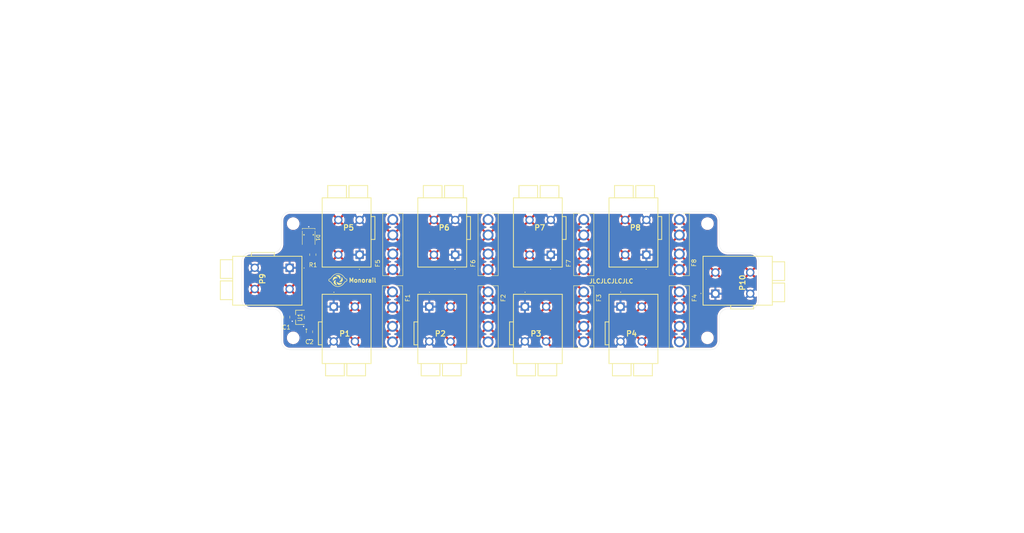
<source format=kicad_pcb>
(kicad_pcb (version 20241229) (generator "pcbnew") (generator_version "9.0")
  (layers (0 "F.Cu" signal "Front") (4 "In1.Cu" signal) (6 "In2.Cu" signal) (2 "B.Cu" signal "Back") (13 "F.Paste" user) (15 "B.Paste" user) (5 "F.SilkS" user "F.Silkscreen") (7 "B.SilkS" user "B.Silkscreen") (1 "F.Mask" user) (3 "B.Mask" user) (25 "Edge.Cuts" user))
  (net 0 "")
  (net 1 "+20V")
  (net 2 "GND")
  (net 3 "Net-(D1-A)")
  (net 4 "Net-(U1-VOUT)")
  (net 5 "/v1")
  (net 6 "/v2")
  (net 7 "/v3")
  (net 8 "/v4")
  (net 9 "/v5")
  (net 10 "/v6")
  (net 11 "/v7")
  (net 12 "/v8")
  (footprint "Customconnectors:FUSE_3544-2" (layer "F.Cu") (at 183.58 121.765 -90)
    (property "Reference" "F4" (at -4.445 -3.556 90) (layer "F.SilkS"))
    (property "Value" "3544-2")
    (pad "1_1" thru_hole circle (at -5.895 0 270) (size 2.55 2.55) (drill 1.7) (layers "*.Cu" "*.Mask") (net 8 "/v4"))
    (pad "1_2" thru_hole circle (at -2.235 0 270) (size 2.55 2.55) (drill 1.7) (layers "*.Cu" "*.Mask") (net 8 "/v4"))
    (pad "2_1" thru_hole circle (at 2.235 0 270) (size 2.55 2.55) (drill 1.7) (layers "*.Cu" "*.Mask") (net 1 "+20V"))
    (pad "2_2" thru_hole circle (at 5.895 0 270) (size 2.55 2.55) (drill 1.7) (layers "*.Cu" "*.Mask") (net 1 "+20V"))
  )
  (footprint "Customconnectors:FUSE_3544-2" (layer "F.Cu") (at 116.08 121.765 -90)
    (property "Reference" "F1" (at -4.445 -3.556 90) (layer "F.SilkS"))
    (property "Value" "3544-2")
    (pad "1_1" thru_hole circle (at -5.895 0 270) (size 2.55 2.55) (drill 1.7) (layers "*.Cu" "*.Mask") (net 5 "/v1"))
    (pad "1_2" thru_hole circle (at -2.235 0 270) (size 2.55 2.55) (drill 1.7) (layers "*.Cu" "*.Mask") (net 5 "/v1"))
    (pad "2_1" thru_hole circle (at 2.235 0 270) (size 2.55 2.55) (drill 1.7) (layers "*.Cu" "*.Mask") (net 1 "+20V"))
    (pad "2_2" thru_hole circle (at 5.895 0 270) (size 2.55 2.55) (drill 1.7) (layers "*.Cu" "*.Mask") (net 1 "+20V"))
  )
  (footprint "Customconnectors:26041102" (layer "F.Cu") (at 153.33 107.128471 180)
    (property "Reference" "P7" (at 2.6 6.375 180) (layer "F.SilkS") (effects (font (size 1.27 1.27) (thickness 0.254))))
    (property "Value" "2604-1102" (hide yes))
    (pad "1" thru_hole rect (at 0 0 180) (size 1.95 1.95) (drill 1.3) (layers "*.Cu" "*.Mask") (net 2 "GND"))
    (pad "2" thru_hole circle (at 0 8.2 180) (size 1.95 1.95) (drill 1.3) (layers "*.Cu" "*.Mask") (net 2 "GND"))
    (pad "3" thru_hole circle (at 5 0 180) (size 1.95 1.95) (drill 1.3) (layers "*.Cu" "*.Mask") (net 11 "/v7"))
    (pad "4" thru_hole circle (at 5 8.2 180) (size 1.95 1.95) (drill 1.3) (layers "*.Cu" "*.Mask") (net 11 "/v7"))
  )
  (footprint "Customconnectors:FUSE_3544-2" (layer "F.Cu") (at 116.14 104.715 90)
    (property "Reference" "F5" (at -4.445 -3.556 90) (layer "F.SilkS"))
    (property "Value" "3544-2")
    (pad "1_1" thru_hole circle (at -5.895 0 90) (size 2.55 2.55) (drill 1.7) (layers "*.Cu" "*.Mask") (net 9 "/v5"))
    (pad "1_2" thru_hole circle (at -2.235 0 90) (size 2.55 2.55) (drill 1.7) (layers "*.Cu" "*.Mask") (net 9 "/v5"))
    (pad "2_1" thru_hole circle (at 2.235 0 90) (size 2.55 2.55) (drill 1.7) (layers "*.Cu" "*.Mask") (net 1 "+20V"))
    (pad "2_2" thru_hole circle (at 5.895 0 90) (size 2.55 2.55) (drill 1.7) (layers "*.Cu" "*.Mask") (net 1 "+20V"))
  )
  (footprint "Capacitor_SMD:C_0805_2012Metric" (layer "F.Cu") (at 91.17 121.83 90)
    (property "Reference" "C1" (at -2.39 -0.06 0) (layer "F.SilkS"))
    (property "Value" "2.2 100V")
    (pad "1" smd roundrect (at -0.95 0 90) (size 1 1.45) (layers "F.Cu" "F.Mask" "F.Paste") (net 2 "GND"))
    (pad "2" smd roundrect (at 0.95 0 90) (size 1 1.45) (layers "F.Cu" "F.Mask" "F.Paste") (net 1 "+20V"))
  )
  (footprint "MountingHole:MountingHole_2.5mm" (layer "F.Cu") (at 92.7 99.8)
    (property "Reference" "H4" (hide yes))
    (property "Value" "MountingHole" (hide yes))
    (pad "" np_thru_hole circle (at 0 0) (size 2.5 2.5) (drill 2.5) (layers "*.Cu" "*.Mask"))
  )
  (footprint "Customconnectors:FUSE_3544-2" (layer "F.Cu") (at 138.58 121.765 -90)
    (property "Reference" "F2" (at -4.445 -3.556 90) (layer "F.SilkS"))
    (property "Value" "3544-2")
    (pad "1_1" thru_hole circle (at -5.895 0 270) (size 2.55 2.55) (drill 1.7) (layers "*.Cu" "*.Mask") (net 6 "/v2"))
    (pad "1_2" thru_hole circle (at -2.235 0 270) (size 2.55 2.55) (drill 1.7) (layers "*.Cu" "*.Mask") (net 6 "/v2"))
    (pad "2_1" thru_hole circle (at 2.235 0 270) (size 2.55 2.55) (drill 1.7) (layers "*.Cu" "*.Mask") (net 1 "+20V"))
    (pad "2_2" thru_hole circle (at 5.895 0 270) (size 2.55 2.55) (drill 1.7) (layers "*.Cu" "*.Mask") (net 1 "+20V"))
  )
  (footprint "Customconnectors:FUSE_3544-2" (layer "F.Cu") (at 138.58 104.715 90)
    (property "Reference" "F6" (at -4.445 -3.556 90) (layer "F.SilkS"))
    (property "Value" "3544-2")
    (pad "1_1" thru_hole circle (at -5.895 0 90) (size 2.55 2.55) (drill 1.7) (layers "*.Cu" "*.Mask") (net 10 "/v6"))
    (pad "1_2" thru_hole circle (at -2.235 0 90) (size 2.55 2.55) (drill 1.7) (layers "*.Cu" "*.Mask") (net 10 "/v6"))
    (pad "2_1" thru_hole circle (at 2.235 0 90) (size 2.55 2.55) (drill 1.7) (layers "*.Cu" "*.Mask") (net 1 "+20V"))
    (pad "2_2" thru_hole circle (at 5.895 0 90) (size 2.55 2.55) (drill 1.7) (layers "*.Cu" "*.Mask") (net 1 "+20V"))
  )
  (footprint "Customconnectors:26041102" (layer "F.Cu") (at 147.23 119.351529)
    (property "Reference" "P3" (at 2.6 6.375 0) (layer "F.SilkS") (effects (font (size 1.27 1.27) (thickness 0.254))))
    (property "Value" "2604-1102" (hide yes))
    (pad "1" thru_hole rect (at 0 0) (size 1.95 1.95) (drill 1.3) (layers "*.Cu" "*.Mask") (net 2 "GND"))
    (pad "2" thru_hole circle (at 0 8.2) (size 1.95 1.95) (drill 1.3) (layers "*.Cu" "*.Mask") (net 2 "GND"))
    (pad "3" thru_hole circle (at 5 0) (size 1.95 1.95) (drill 1.3) (layers "*.Cu" "*.Mask") (net 7 "/v3"))
    (pad "4" thru_hole circle (at 5 8.2) (size 1.95 1.95) (drill 1.3) (layers "*.Cu" "*.Mask") (net 7 "/v3"))
  )
  (footprint "Customconnectors:FUSE_3544-2" (layer "F.Cu") (at 161.08 121.765 -90)
    (property "Reference" "F3" (at -4.445 -3.556 90) (layer "F.SilkS"))
    (property "Value" "3544-2")
    (pad "1_1" thru_hole circle (at -5.895 0 270) (size 2.55 2.55) (drill 1.7) (layers "*.Cu" "*.Mask") (net 7 "/v3"))
    (pad "1_2" thru_hole circle (at -2.235 0 270) (size 2.55 2.55) (drill 1.7) (layers "*.Cu" "*.Mask") (net 7 "/v3"))
    (pad "2_1" thru_hole circle (at 2.235 0 270) (size 2.55 2.55) (drill 1.7) (layers "*.Cu" "*.Mask") (net 1 "+20V"))
    (pad "2_2" thru_hole circle (at 5.895 0 270) (size 2.55 2.55) (drill 1.7) (layers "*.Cu" "*.Mask") (net 1 "+20V"))
  )
  (footprint "LOGO" (layer "F.Cu") (at 103.22 113.11)
    (property "Reference" "G***" (hide yes))
    (property "Value" "LOGO" (hide yes))
  )
  (footprint "Customconnectors:LTST-C930" (layer "F.Cu") (at 96.34 103.14 -90)
    (property "Reference" "D1" (at 0 -2.2 270) (layer "F.SilkS") (effects (font (size 0.8 0.8))))
    (property "Value" "LED")
    (pad "1" smd roundrect (at -1.55 0 270) (size 1.1 2.8) (layers "F.Cu" "F.Mask" "F.Paste") (net 2 "GND"))
    (pad "2" smd roundrect (at 1.55 0 270) (size 1.1 2.8) (layers "F.Cu" "F.Mask" "F.Paste") (net 3 "Net-(D1-A)"))
  )
  (footprint "MountingHole:MountingHole_2.5mm" (layer "F.Cu") (at 190.2 99.8)
    (property "Reference" "H3" (hide yes))
    (property "Value" "MountingHole" (hide yes))
    (pad "" np_thru_hole circle (at 0 0) (size 2.5 2.5) (drill 2.5) (layers "*.Cu" "*.Mask"))
  )
  (footprint "Customconnectors:26041102" (layer "F.Cu") (at 175.83 107.128471 180)
    (property "Reference" "P8" (at 2.6 6.375 180) (layer "F.SilkS") (effects (font (size 1.27 1.27) (thickness 0.254))))
    (property "Value" "2604-1102" (hide yes))
    (pad "1" thru_hole rect (at 0 0 180) (size 1.95 1.95) (drill 1.3) (layers "*.Cu" "*.Mask") (net 2 "GND"))
    (pad "2" thru_hole circle (at 0 8.2 180) (size 1.95 1.95) (drill 1.3) (layers "*.Cu" "*.Mask") (net 2 "GND"))
    (pad "3" thru_hole circle (at 5 0 180) (size 1.95 1.95) (drill 1.3) (layers "*.Cu" "*.Mask") (net 12 "/v8"))
    (pad "4" thru_hole circle (at 5 8.2 180) (size 1.95 1.95) (drill 1.3) (layers "*.Cu" "*.Mask") (net 12 "/v8"))
  )
  (footprint "Customconnectors:26041102" (layer "F.Cu") (at 91.855308 110.2 -90)
    (property "Reference" "P9" (at 2.6 6.375 90) (layer "F.SilkS") (effects (font (size 1.27 1.27) (thickness 0.254))))
    (property "Value" "2604-1102" (hide yes))
    (pad "1" thru_hole rect (at 0 0 270) (size 1.95 1.95) (drill 1.3) (layers "*.Cu" "*.Mask") (net 2 "GND"))
    (pad "2" thru_hole circle (at 0 8.2 270) (size 1.95 1.95) (drill 1.3) (layers "*.Cu" "*.Mask") (net 2 "GND"))
    (pad "3" thru_hole circle (at 5 0 270) (size 1.95 1.95) (drill 1.3) (layers "*.Cu" "*.Mask") (net 1 "+20V"))
    (pad "4" thru_hole circle (at 5 8.2 270) (size 1.95 1.95) (drill 1.3) (layers "*.Cu" "*.Mask") (net 1 "+20V"))
  )
  (footprint "Customconnectors:FUSE_3544-2" (layer "F.Cu") (at 161.08 104.715 90)
    (property "Reference" "F7" (at -4.445 -3.556 90) (layer "F.SilkS"))
    (property "Value" "3544-2")
    (pad "1_1" thru_hole circle (at -5.895 0 90) (size 2.55 2.55) (drill 1.7) (layers "*.Cu" "*.Mask") (net 11 "/v7"))
    (pad "1_2" thru_hole circle (at -2.235 0 90) (size 2.55 2.55) (drill 1.7) (layers "*.Cu" "*.Mask") (net 11 "/v7"))
    (pad "2_1" thru_hole circle (at 2.235 0 90) (size 2.55 2.55) (drill 1.7) (layers "*.Cu" "*.Mask") (net 1 "+20V"))
    (pad "2_2" thru_hole circle (at 5.895 0 90) (size 2.55 2.55) (drill 1.7) (layers "*.Cu" "*.Mask") (net 1 "+20V"))
  )
  (footprint "Customconnectors:26041102" (layer "F.Cu") (at 192.065626 116.3 90)
    (property "Reference" "P10" (at 2.6 6.375 90) (layer "F.SilkS") (effects (font (size 1.27 1.27) (thickness 0.254))))
    (property "Value" "2604-1102" (hide yes))
    (pad "1" thru_hole rect (at 0 0 90) (size 1.95 1.95) (drill 1.3) (layers "*.Cu" "*.Mask") (net 2 "GND"))
    (pad "2" thru_hole circle (at 0 8.2 90) (size 1.95 1.95) (drill 1.3) (layers "*.Cu" "*.Mask") (net 2 "GND"))
    (pad "3" thru_hole circle (at 5 0 90) (size 1.95 1.95) (drill 1.3) (layers "*.Cu" "*.Mask") (net 1 "+20V"))
    (pad "4" thru_hole circle (at 5 8.2 90) (size 1.95 1.95) (drill 1.3) (layers "*.Cu" "*.Mask") (net 1 "+20V"))
  )
  (footprint "MountingHole:MountingHole_2.5mm" (layer "F.Cu") (at 92.7 126.7)
    (property "Reference" "H1" (hide yes))
    (property "Value" "MountingHole" (hide yes))
    (pad "" np_thru_hole circle (at 0 0) (size 2.5 2.5) (drill 2.5) (layers "*.Cu" "*.Mask"))
  )
  (footprint "Customconnectors:26041102" (layer "F.Cu") (at 169.73 119.351529)
    (property "Reference" "P4" (at 2.6 6.375 0) (layer "F.SilkS") (effects (font (size 1.27 1.27) (thickness 0.254))))
    (property "Value" "2604-1102" (hide yes))
    (pad "1" thru_hole rect (at 0 0) (size 1.95 1.95) (drill 1.3) (layers "*.Cu" "*.Mask") (net 2 "GND"))
    (pad "2" thru_hole circle (at 0 8.2) (size 1.95 1.95) (drill 1.3) (layers "*.Cu" "*.Mask") (net 2 "GND"))
    (pad "3" thru_hole circle (at 5 0) (size 1.95 1.95) (drill 1.3) (layers "*.Cu" "*.Mask") (net 8 "/v4"))
    (pad "4" thru_hole circle (at 5 8.2) (size 1.95 1.95) (drill 1.3) (layers "*.Cu" "*.Mask") (net 8 "/v4"))
  )
  (footprint "Customconnectors:FUSE_3544-2" (layer "F.Cu") (at 183.58 104.715 90)
    (property "Reference" "F8" (at -4.325 3.44 90) (layer "F.SilkS"))
    (property "Value" "3544-2")
    (pad "1_1" thru_hole circle (at -5.895 0 90) (size 2.55 2.55) (drill 1.7) (layers "*.Cu" "*.Mask") (net 12 "/v8"))
    (pad "1_2" thru_hole circle (at -2.235 0 90) (size 2.55 2.55) (drill 1.7) (layers "*.Cu" "*.Mask") (net 12 "/v8"))
    (pad "2_1" thru_hole circle (at 2.235 0 90) (size 2.55 2.55) (drill 1.7) (layers "*.Cu" "*.Mask") (net 1 "+20V"))
    (pad "2_2" thru_hole circle (at 5.895 0 90) (size 2.55 2.55) (drill 1.7) (layers "*.Cu" "*.Mask") (net 1 "+20V"))
  )
  (footprint "Customconnectors:26041102" (layer "F.Cu") (at 102.23 119.351529)
    (property "Reference" "P1" (at 2.6 6.375 0) (layer "F.SilkS") (effects (font (size 1.27 1.27) (thickness 0.254))))
    (property "Value" "2604-1102" (hide yes))
    (pad "1" thru_hole rect (at 0 0) (size 1.95 1.95) (drill 1.3) (layers "*.Cu" "*.Mask") (net 2 "GND"))
    (pad "2" thru_hole circle (at 0 8.2) (size 1.95 1.95) (drill 1.3) (layers "*.Cu" "*.Mask") (net 2 "GND"))
    (pad "3" thru_hole circle (at 5 0) (size 1.95 1.95) (drill 1.3) (layers "*.Cu" "*.Mask") (net 5 "/v1"))
    (pad "4" thru_hole circle (at 5 8.2) (size 1.95 1.95) (drill 1.3) (layers "*.Cu" "*.Mask") (net 5 "/v1"))
  )
  (footprint "Capacitor_SMD:C_0805_2012Metric" (layer "F.Cu") (at 96.53 125.27 -90)
    (property "Reference" "C2" (at 2.38 0 0) (layer "F.SilkS"))
    (property "Value" "2.2 100V")
    (pad "1" smd roundrect (at -0.95 0 270) (size 1 1.45) (layers "F.Cu" "F.Mask" "F.Paste") (net 4 "Net-(U1-VOUT)"))
    (pad "2" smd roundrect (at 0.95 0 270) (size 1 1.45) (layers "F.Cu" "F.Mask" "F.Paste") (net 2 "GND"))
  )
  (footprint "Customconnectors:26041102" (layer "F.Cu") (at 124.73 119.351529)
    (property "Reference" "P2" (at 2.6 6.375 0) (layer "F.SilkS") (effects (font (size 1.27 1.27) (thickness 0.254))))
    (property "Value" "2604-1102" (hide yes))
    (pad "1" thru_hole rect (at 0 0) (size 1.95 1.95) (drill 1.3) (layers "*.Cu" "*.Mask") (net 2 "GND"))
    (pad "2" thru_hole circle (at 0 8.2) (size 1.95 1.95) (drill 1.3) (layers "*.Cu" "*.Mask") (net 2 "GND"))
    (pad "3" thru_hole circle (at 5 0) (size 1.95 1.95) (drill 1.3) (layers "*.Cu" "*.Mask") (net 6 "/v2"))
    (pad "4" thru_hole circle (at 5 8.2) (size 1.95 1.95) (drill 1.3) (layers "*.Cu" "*.Mask") (net 6 "/v2"))
  )
  (footprint "Resistor_SMD:R_0805_2012Metric" (layer "F.Cu") (at 97.32 107.11 90)
    (property "Reference" "R1" (at -2.43 0.06 0) (layer "F.SilkS"))
    (property "Value" "40")
    (pad "1" smd roundrect (at -0.9125 0 90) (size 1.025 1.4) (layers "F.Cu" "F.Mask" "F.Paste") (roundrect_rratio 0.243902) (net 4 "Net-(U1-VOUT)"))
    (pad "2" smd roundrect (at 0.9125 0 90) (size 1.025 1.4) (layers "F.Cu" "F.Mask" "F.Paste") (roundrect_rratio 0.243902) (net 3 "Net-(D1-A)"))
  )
  (footprint "Customconnectors:SOT-23A_CB_MCH" (layer "F.Cu") (at 94.31 121.88 90)
    (property "Reference" "U1" (at 0 0 90) (layer "F.SilkS"))
    (property "Value" "MCP1792T-3302H/CB")
    (pad "1" smd rect (at -0.950001 1.1938 90) (size 0.5588 1.3208) (layers "F.Cu" "F.Mask" "F.Paste") (net 2 "GND"))
    (pad "2" smd rect (at 0.950001 1.1938 90) (size 0.5588 1.3208) (layers "F.Cu" "F.Mask" "F.Paste") (net 4 "Net-(U1-VOUT)"))
    (pad "3" smd rect (at 0 -1.1938 90) (size 0.5588 1.3208) (layers "F.Cu" "F.Mask" "F.Paste") (net 1 "+20V"))
  )
  (footprint "Customconnectors:26041102" (layer "F.Cu") (at 130.83 107.128471 180)
    (property "Reference" "P6" (at 2.6 6.375 180) (layer "F.SilkS") (effects (font (size 1.27 1.27) (thickness 0.254))))
    (property "Value" "2604-1102" (hide yes))
    (pad "1" thru_hole rect (at 0 0 180) (size 1.95 1.95) (drill 1.3) (layers "*.Cu" "*.Mask") (net 2 "GND"))
    (pad "2" thru_hole circle (at 0 8.2 180) (size 1.95 1.95) (drill 1.3) (layers "*.Cu" "*.Mask") (net 2 "GND"))
    (pad "3" thru_hole circle (at 5 0 180) (size 1.95 1.95) (drill 1.3) (layers "*.Cu" "*.Mask") (net 10 "/v6"))
    (pad "4" thru_hole circle (at 5 8.2 180) (size 1.95 1.95) (drill 1.3) (layers "*.Cu" "*.Mask") (net 10 "/v6"))
  )
  (footprint "Customconnectors:26041102" (layer "F.Cu") (at 108.33 107.128471 180)
    (property "Reference" "P5" (at 2.6 6.375 180) (layer "F.SilkS") (effects (font (size 1.27 1.27) (thickness 0.254))))
    (property "Value" "2604-1102" (hide yes))
    (pad "1" thru_hole rect (at 0 0 180) (size 1.95 1.95) (drill 1.3) (layers "*.Cu" "*.Mask") (net 2 "GND"))
    (pad "2" thru_hole circle (at 0 8.2 180) (size 1.95 1.95) (drill 1.3) (layers "*.Cu" "*.Mask") (net 2 "GND"))
    (pad "3" thru_hole circle (at 5 0 180) (size 1.95 1.95) (drill 1.3) (layers "*.Cu" "*.Mask") (net 9 "/v5"))
    (pad "4" thru_hole circle (at 5 8.2 180) (size 1.95 1.95) (drill 1.3) (layers "*.Cu" "*.Mask") (net 9 "/v5"))
  )
  (footprint "MountingHole:MountingHole_2.5mm" (layer "F.Cu") (at 190.2 126.7)
    (property "Reference" "H2" (hide yes))
    (property "Value" "MountingHole" (hide yes))
    (pad "" np_thru_hole circle (at 0 0) (size 2.5 2.5) (drill 2.5) (layers "*.Cu" "*.Mask"))
  )
  (gr_arc (start 193 127.4) (mid 192.384924 128.884924) (end 190.9 129.5) (stroke (width 0.0381)) (layer "Edge.Cuts"))
  (gr_line (start 92 97) (end 190.9 97) (stroke (width 0.0381)) (layer "Edge.Cuts"))
  (gr_arc (start 190.9 97) (mid 192.384924 97.615076) (end 193 99.1) (stroke (width 0.0381)) (layer "Edge.Cuts"))
  (gr_arc (start 91.9 129.5) (mid 90.485786 128.914214) (end 89.9 127.5) (stroke (width 0.0381)) (layer "Edge.Cuts"))
  (gr_line (start 89.9 127.5) (end 89.9 121.9) (stroke (width 0.0381)) (layer "Edge.Cuts"))
  (gr_arc (start 200.285 106.6) (mid 201.699214 107.185786) (end 202.285 108.6) (stroke (width 0.0381)) (layer "Edge.Cuts"))
  (gr_line (start 190.9 129.5) (end 91.9 129.5) (stroke (width 0.0381)) (layer "Edge.Cuts"))
  (gr_line (start 202.285 117.9) (end 202.285 108.6) (stroke (width 0.0381)) (layer "Edge.Cuts"))
  (gr_line (start 195 119.900225) (end 200.285 119.9) (stroke (width 0.0381)) (layer "Edge.Cuts"))
  (gr_arc (start 89.9 104.6) (mid 89.314214 106.014214) (end 87.9 106.6) (stroke (width 0.0381)) (layer "Edge.Cuts"))
  (gr_arc (start 195 106.6) (mid 193.585786 106.014214) (end 193 104.6) (stroke (width 0.0381)) (layer "Edge.Cuts"))
  (gr_line (start 80.615 117.9) (end 80.615 108.6) (stroke (width 0.0381)) (layer "Edge.Cuts"))
  (gr_line (start 193 127.4) (end 193 121.9) (stroke (width 0.0381)) (layer "Edge.Cuts"))
  (gr_arc (start 89.9 99.1) (mid 90.515076 97.615076) (end 92 97) (stroke (width 0.0381)) (layer "Edge.Cuts"))
  (gr_arc (start 202.285 117.9) (mid 201.699214 119.314214) (end 200.285 119.9) (stroke (width 0.0381)) (layer "Edge.Cuts"))
  (gr_line (start 89.9 99.1) (end 89.9 104.6) (stroke (width 0.0381)) (layer "Edge.Cuts"))
  (gr_arc (start 80.615 108.6) (mid 81.200786 107.185786) (end 82.615 106.6) (stroke (width 0.0381)) (layer "Edge.Cuts"))
  (gr_line (start 87.9 119.9) (end 82.615 119.9) (stroke (width 0.0381)) (layer "Edge.Cuts"))
  (gr_arc (start 193 121.9) (mid 193.585786 120.485786) (end 195 119.9) (stroke (width 0.0381)) (layer "Edge.Cuts"))
  (gr_arc (start 87.9 119.9) (mid 89.314214 120.485786) (end 89.9 121.9) (stroke (width 0.0381)) (layer "Edge.Cuts"))
  (gr_arc (start 82.615 119.9) (mid 81.200786 119.314214) (end 80.615 117.9) (stroke (width 0.0381)) (layer "Edge.Cuts"))
  (gr_line (start 82.615 106.6) (end 87.9 106.6) (stroke (width 0.0381)) (layer "Edge.Cuts"))
  (gr_line (start 200.285 106.6) (end 195 106.6) (stroke (width 0.0381)) (layer "Edge.Cuts"))
  (gr_line (start 193 99.1) (end 193 104.6) (stroke (width 0.0381)) (layer "Edge.Cuts"))
  (gr_text "JLCJLCJLCJLC" (at 162.28 113.94 0) (layer "F.SilkS") (effects (font (size 1 1) (thickness 0.2) (bold yes)) (justify left bottom)))
  (gr_text "Monorail\n" (at 105.7 113.75 0) (layer "F.SilkS") (effects (font (size 1 1) (thickness 0.2) (bold yes)) (justify left bottom)))
  (segment (start 95.5038 122.830001) (end 95.5038 123.6362) (width 0.15) (layer "F.Cu") (net 2))
  (segment (start 91.17 122.78) (end 92.47 122.78) (width 0.15) (layer "F.Cu") (net 2))
  (segment (start 96.34 100.56) (end 96.36 100.54) (width 0.15) (layer "F.Cu") (net 2))
  (segment (start 96.53 127.13) (end 96.54 127.14) (width 0.15) (layer "F.Cu") (net 2))
  (segment (start 92.47 122.78) (end 92.48 122.79) (width 0.15) (layer "F.Cu") (net 2))
  (segment (start 96.53 126.22) (end 96.53 127.13) (width 0.15) (layer "F.Cu") (net 2))
  (segment (start 96.34 101.59) (end 96.34 100.56) (width 0.15) (layer "F.Cu") (net 2))
  (segment (start 95.5038 123.6362) (end 95.14 124) (width 0.15) (layer "F.Cu") (net 2))
  (via (at 96.54 127.14) (size 0.6) (drill 0.3) (layers "F.Cu" "B.Cu") (net 2))
  (via (at 96.36 100.54) (size 0.6) (drill 0.3) (layers "F.Cu" "B.Cu") (net 2))
  (via (at 95.14 124) (size 0.6) (drill 0.3) (layers "F.Cu" "B.Cu") (net 2))
  (via (at 92.48 122.79) (size 0.6) (drill 0.3) (layers "F.Cu" "B.Cu") (net 2))
  (segment (start 97.32 105.67) (end 96.34 104.69) (width 0.15) (layer "F.Cu") (net 3))
  (segment (start 97.32 106.1975) (end 97.32 105.67) (width 0.15) (layer "F.Cu") (net 3))
  (segment (start 96.53 121.956199) (end 95.5038 120.929999) (width 0.15) (layer "F.Cu") (net 4))
  (segment (start 96.53 124.32) (end 97.32 123.53) (width 0.15) (layer "F.Cu") (net 4))
  (segment (start 96.53 124.32) (end 96.53 121.956199) (width 0.15) (layer "F.Cu") (net 4))
  (segment (start 96.6338 124.5438) (end 96.64 124.55) (width 0.15) (layer "F.Cu") (net 4))
  (segment (start 97.32 123.53) (end 97.32 108.0225) (width 0.15) (layer "F.Cu") (net 4))
  (zone (net 12) (net_name "/v8") (layer "F.Cu") (priority 3) (connect_pads (clearance 0.5)) (min_thickness 0.25) (fill yes (thermal_gap 0.5) (thermal_bridge_width 0.5) (island_removal_mode 1) (island_area_min 10))
    (polygon (pts (xy 185.75 104.665) (xy 185.75 111.63) (xy 185.04 112.34) (xy 171.31 112.34) (xy 168.01 109.04) (xy 168.01 99.17) (xy 169.63 97.55) (xy 172.42 97.55) (xy 173.23 98.36) (xy 173.23 109.31) (xy 178.42 109.31) (xy 181.71 106.02) (xy 181.71 104.67) (xy 181.715 104.665) (xy 185.72 104.665)))
  )
  (zone (net 5) (net_name "/v1") (layer "F.Cu") (priority 2) (connect_pads (clearance 0.5)) (min_thickness 0.25) (fill yes (thermal_gap 0.5) (thermal_bridge_width 0.5) (island_removal_mode 1) (island_area_min 10))
    (polygon (pts (xy 106.3 128.94) (xy 108.59 128.94) (xy 109.12 128.41) (xy 109.12 121.93) (xy 109.135 121.915) (xy 117.93 121.915) (xy 117.93 115.45) (xy 116.49 114.01) (xy 107.5 114.01) (xy 105.56 115.95) (xy 105.56 128.2)))
  )
  (zone (net 10) (net_name "/v6") (layer "F.Cu") (priority 3) (connect_pads (clearance 0.5)) (min_thickness 0.25) (fill yes (thermal_gap 0.5) (thermal_bridge_width 0.5) (island_removal_mode 1) (island_area_min 10))
    (polygon (pts (xy 140.75 104.665) (xy 140.75 111.63) (xy 140.04 112.34) (xy 126.31 112.34) (xy 123.01 109.04) (xy 123.01 99.17) (xy 124.63 97.55) (xy 127.42 97.55) (xy 128.23 98.36) (xy 128.23 109.31) (xy 133.42 109.31) (xy 136.71 106.02) (xy 136.71 104.67) (xy 136.715 104.665) (xy 140.72 104.665)))
  )
  (zone (net 7) (net_name "/v3") (layer "F.Cu") (priority 2) (connect_pads (clearance 0.5)) (min_thickness 0.25) (fill yes (thermal_gap 0.5) (thermal_bridge_width 0.5) (island_removal_mode 1) (island_area_min 10))
    (polygon (pts (xy 151.3 128.94) (xy 153.59 128.94) (xy 154.12 128.41) (xy 154.12 121.93) (xy 154.135 121.915) (xy 162.93 121.915) (xy 162.93 115.45) (xy 161.49 114.01) (xy 152.5 114.01) (xy 150.56 115.95) (xy 150.56 128.2)))
  )
  (zone (net 11) (net_name "/v7") (layer "F.Cu") (priority 3) (connect_pads (clearance 0.5)) (min_thickness 0.25) (fill yes (thermal_gap 0.5) (thermal_bridge_width 0.5) (island_removal_mode 1) (island_area_min 10))
    (polygon (pts (xy 163.25 104.665) (xy 163.25 111.63) (xy 162.54 112.34) (xy 148.81 112.34) (xy 145.51 109.04) (xy 145.51 99.17) (xy 147.13 97.55) (xy 149.92 97.55) (xy 150.73 98.36) (xy 150.73 109.31) (xy 155.92 109.31) (xy 159.21 106.02) (xy 159.21 104.67) (xy 159.215 104.665) (xy 163.22 104.665)))
  )
  (zone (net 6) (net_name "/v2") (layer "F.Cu") (priority 2) (connect_pads (clearance 0.5)) (min_thickness 0.25) (fill yes (thermal_gap 0.5) (thermal_bridge_width 0.5) (island_removal_mode 1) (island_area_min 10))
    (polygon (pts (xy 128.8 128.94) (xy 131.09 128.94) (xy 131.62 128.41) (xy 131.62 121.93) (xy 131.635 121.915) (xy 140.43 121.915) (xy 140.43 115.45) (xy 138.99 114.01) (xy 130 114.01) (xy 128.06 115.95) (xy 128.06 128.2)))
  )
  (zone (net 8) (net_name "/v4") (layer "F.Cu") (priority 2) (connect_pads (clearance 0.5)) (min_thickness 0.25) (fill yes (thermal_gap 0.5) (thermal_bridge_width 0.5) (island_removal_mode 1) (island_area_min 10))
    (polygon (pts (xy 173.8 128.94) (xy 176.09 128.94) (xy 176.62 128.41) (xy 176.62 121.93) (xy 176.635 121.915) (xy 185.43 121.915) (xy 185.43 115.45) (xy 183.99 114.01) (xy 175 114.01) (xy 173.06 115.95) (xy 173.06 128.2)))
  )
  (zone (net 9) (net_name "/v5") (layer "F.Cu") (priority 3) (connect_pads (clearance 0.5)) (min_thickness 0.25) (fill yes (thermal_gap 0.5) (thermal_bridge_width 0.5) (island_removal_mode 1) (island_area_min 10))
    (polygon (pts (xy 118.25 104.665) (xy 118.25 111.63) (xy 117.54 112.34) (xy 103.81 112.34) (xy 100.51 109.04) (xy 100.51 99.17) (xy 102.13 97.55) (xy 104.92 97.55) (xy 105.73 98.36) (xy 105.73 109.31) (xy 110.92 109.31) (xy 114.21 106.02) (xy 114.21 104.67) (xy 114.215 104.665) (xy 118.22 104.665)))
  )
  (zone (net 1) (net_name "+20V") (layers "F.Cu" "In2.Cu") (connect_pads (clearance 0.5)) (min_thickness 0.25) (fill yes (thermal_gap 0.5) (thermal_bridge_width 0.5) (island_removal_mode 1) (island_area_min 10))
    (polygon (pts (xy 40.64 48.26) (xy 25.4 172.72) (xy 198.12 165.1) (xy 256.18 68.41) (xy 87.675 55.88)))
  )
  (zone (net 2) (net_name "GND") (layers "B.Cu" "In1.Cu") (priority 1) (connect_pads (clearance 0.5)) (min_thickness 0.25) (fill yes (thermal_gap 0.5) (thermal_bridge_width 0.5) (island_removal_mode 1) (island_area_min 10))
    (polygon (pts (xy 41.48 47.12) (xy 23.7 169.04) (xy 196.42 163.96) (xy 264.7 72.76)))
  )
)
</source>
